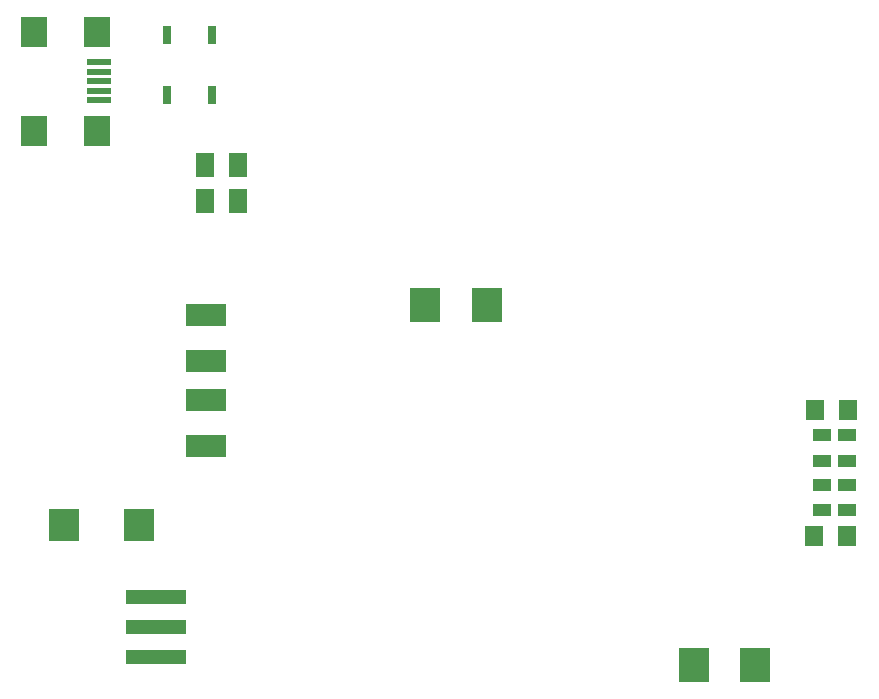
<source format=gbp>
G75*
%MOIN*%
%OFA0B0*%
%FSLAX24Y24*%
%IPPOS*%
%LPD*%
%AMOC8*
5,1,8,0,0,1.08239X$1,22.5*
%
%ADD10R,0.1004X0.1063*%
%ADD11R,0.2000X0.0500*%
%ADD12R,0.1339X0.0748*%
%ADD13R,0.0630X0.0709*%
%ADD14R,0.0591X0.0394*%
%ADD15R,0.0300X0.0600*%
%ADD16R,0.0984X0.1181*%
%ADD17R,0.0866X0.0984*%
%ADD18R,0.0787X0.0197*%
%ADD19R,0.0630X0.0787*%
D10*
X002952Y014050D03*
X005448Y014050D03*
D11*
X006025Y009650D03*
X006025Y010650D03*
X006025Y011650D03*
D12*
X007700Y016682D03*
X007700Y018218D03*
X007700Y019532D03*
X007700Y021068D03*
D13*
X027999Y017900D03*
X029101Y017900D03*
X029051Y013700D03*
X027949Y013700D03*
D14*
X028236Y014550D03*
X029064Y014550D03*
X029064Y015400D03*
X029064Y016200D03*
X028236Y016200D03*
X028236Y015400D03*
X028236Y017050D03*
X029064Y017050D03*
D15*
X007900Y028400D03*
X006400Y028400D03*
X006400Y030400D03*
X007900Y030400D03*
D16*
X015001Y021400D03*
X017060Y021400D03*
X023940Y009400D03*
X025999Y009400D03*
D17*
X004037Y027196D03*
X001951Y027196D03*
X001951Y030504D03*
X004037Y030504D03*
D18*
X004136Y029480D03*
X004136Y029165D03*
X004136Y028850D03*
X004136Y028535D03*
X004136Y028220D03*
D19*
X007649Y026050D03*
X008751Y026050D03*
X008751Y024850D03*
X007649Y024850D03*
M02*

</source>
